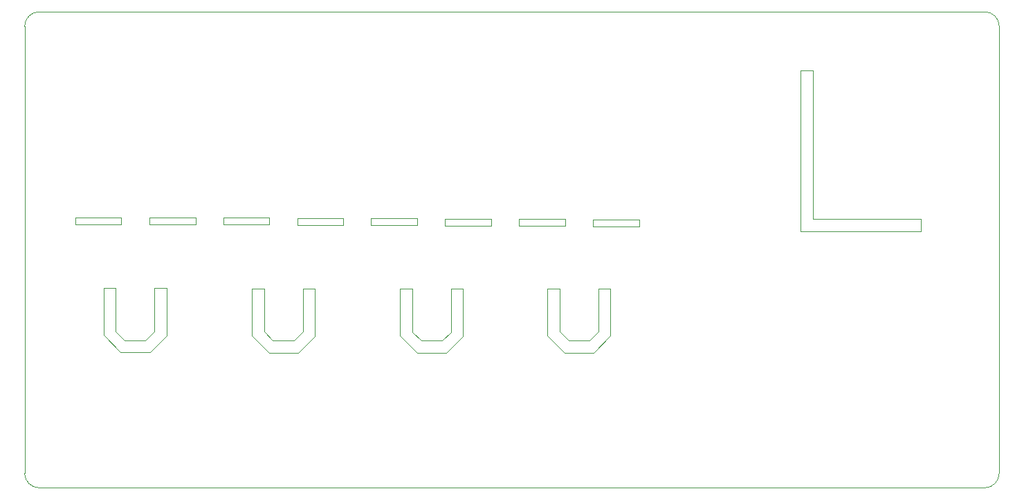
<source format=gbr>
%TF.GenerationSoftware,KiCad,Pcbnew,5.1.9-73d0e3b20d~88~ubuntu20.04.1*%
%TF.CreationDate,2021-10-10T01:19:02+05:30*%
%TF.ProjectId,ESP-Switch,4553502d-5377-4697-9463-682e6b696361,rev?*%
%TF.SameCoordinates,Original*%
%TF.FileFunction,Profile,NP*%
%FSLAX46Y46*%
G04 Gerber Fmt 4.6, Leading zero omitted, Abs format (unit mm)*
G04 Created by KiCad (PCBNEW 5.1.9-73d0e3b20d~88~ubuntu20.04.1) date 2021-10-10 01:19:02*
%MOMM*%
%LPD*%
G01*
G04 APERTURE LIST*
%TA.AperFunction,Profile*%
%ADD10C,0.050000*%
%TD*%
G04 APERTURE END LIST*
D10*
X98950000Y-50510000D02*
X98950000Y-49660000D01*
X104590000Y-50510000D02*
X98950000Y-50510000D01*
X104590000Y-50510000D02*
X104590000Y-49660000D01*
X113650000Y-50570000D02*
X113650000Y-49720000D01*
X108010000Y-49720000D02*
X113650000Y-49720000D01*
X98950000Y-49660000D02*
X104590000Y-49660000D01*
X113650000Y-50570000D02*
X108010000Y-50570000D01*
X108010000Y-50570000D02*
X108010000Y-49720000D01*
X80840000Y-50410000D02*
X80840000Y-49560000D01*
X95540000Y-50470000D02*
X95540000Y-49620000D01*
X80840000Y-49560000D02*
X86480000Y-49560000D01*
X95540000Y-50470000D02*
X89900000Y-50470000D01*
X89900000Y-50470000D02*
X89900000Y-49620000D01*
X89900000Y-49620000D02*
X95540000Y-49620000D01*
X86480000Y-50410000D02*
X80840000Y-50410000D01*
X86480000Y-50410000D02*
X86480000Y-49560000D01*
X71820000Y-50390000D02*
X71820000Y-49540000D01*
X77460000Y-50390000D02*
X77460000Y-49540000D01*
X71820000Y-49540000D02*
X77460000Y-49540000D01*
X77460000Y-50390000D02*
X71820000Y-50390000D01*
X68400000Y-50330000D02*
X68400000Y-49480000D01*
X62760000Y-49480000D02*
X68400000Y-49480000D01*
X68400000Y-50330000D02*
X62760000Y-50330000D01*
X62760000Y-50330000D02*
X62760000Y-49480000D01*
X59370000Y-50360000D02*
X59370000Y-49510000D01*
X53730000Y-49510000D02*
X59370000Y-49510000D01*
X59370000Y-50360000D02*
X53730000Y-50360000D01*
X53730000Y-50360000D02*
X53730000Y-49510000D01*
X50310000Y-50300000D02*
X50310000Y-49450000D01*
X44670000Y-50300000D02*
X44670000Y-49450000D01*
X50310000Y-50300000D02*
X44670000Y-50300000D01*
X44670000Y-49450000D02*
X50310000Y-49450000D01*
X148140000Y-51140000D02*
X133400000Y-51140000D01*
X148140000Y-51140000D02*
X148140000Y-49640000D01*
X134900000Y-49640000D02*
X148140000Y-49640000D01*
X133400000Y-31450000D02*
X133400000Y-51140000D01*
X133400000Y-31450000D02*
X134900000Y-31450000D01*
X134900000Y-49640000D02*
X134900000Y-31450000D01*
X108660000Y-63450000D02*
X108660000Y-58170000D01*
X102420000Y-63940000D02*
X104530000Y-66050000D01*
X103920000Y-63450000D02*
X105010000Y-64540000D01*
X103920000Y-63450000D02*
X103920000Y-58180000D01*
X105010000Y-64540000D02*
X107570000Y-64540000D01*
X104530000Y-66050000D02*
X108110000Y-66050000D01*
X102420000Y-58180000D02*
X102420000Y-63940000D01*
X110160000Y-64000000D02*
X108110000Y-66050000D01*
X110160000Y-58170000D02*
X108660000Y-58170000D01*
X110160000Y-58170000D02*
X110160000Y-64000000D01*
X102420000Y-58180000D02*
X103920000Y-58180000D01*
X108660000Y-63450000D02*
X107570000Y-64540000D01*
X90630000Y-63500000D02*
X90630000Y-58220000D01*
X84390000Y-63990000D02*
X86500000Y-66100000D01*
X85890000Y-63500000D02*
X86980000Y-64590000D01*
X85890000Y-63500000D02*
X85890000Y-58230000D01*
X86980000Y-64590000D02*
X89540000Y-64590000D01*
X86500000Y-66100000D02*
X90080000Y-66100000D01*
X84390000Y-58230000D02*
X84390000Y-63990000D01*
X92130000Y-64050000D02*
X90080000Y-66100000D01*
X92130000Y-58220000D02*
X90630000Y-58220000D01*
X92130000Y-58220000D02*
X92130000Y-64050000D01*
X84390000Y-58230000D02*
X85890000Y-58230000D01*
X90630000Y-63500000D02*
X89540000Y-64590000D01*
X72500000Y-63490000D02*
X72500000Y-58210000D01*
X66260000Y-63980000D02*
X68370000Y-66090000D01*
X67760000Y-63490000D02*
X68850000Y-64580000D01*
X67760000Y-63490000D02*
X67760000Y-58220000D01*
X68850000Y-64580000D02*
X71410000Y-64580000D01*
X68370000Y-66090000D02*
X71950000Y-66090000D01*
X66260000Y-58220000D02*
X66260000Y-63980000D01*
X74000000Y-64040000D02*
X71950000Y-66090000D01*
X74000000Y-58210000D02*
X72500000Y-58210000D01*
X74000000Y-58210000D02*
X74000000Y-64040000D01*
X66260000Y-58220000D02*
X67760000Y-58220000D01*
X72500000Y-63490000D02*
X71410000Y-64580000D01*
X50220000Y-66030000D02*
X53800000Y-66030000D01*
X55850000Y-63980000D02*
X53800000Y-66030000D01*
X48110000Y-63920000D02*
X50220000Y-66030000D01*
X54350000Y-63430000D02*
X53260000Y-64520000D01*
X50700000Y-64520000D02*
X53260000Y-64520000D01*
X49610000Y-63430000D02*
X50700000Y-64520000D01*
X49610000Y-63430000D02*
X49610000Y-58160000D01*
X48110000Y-58160000D02*
X49610000Y-58160000D01*
X48110000Y-58160000D02*
X48110000Y-63920000D01*
X55850000Y-58150000D02*
X54350000Y-58150000D01*
X54350000Y-63430000D02*
X54350000Y-58150000D01*
X55850000Y-58150000D02*
X55850000Y-63980000D01*
X155940000Y-24260000D02*
G75*
G02*
X157730000Y-26050000I0J-1790000D01*
G01*
X157730000Y-80830000D02*
G75*
G02*
X155930000Y-82630000I-1800000J0D01*
G01*
X40260000Y-82630111D02*
G75*
G02*
X38460000Y-80850000I0J1800111D01*
G01*
X38460000Y-26060000D02*
G75*
G02*
X40260000Y-24260000I1800000J0D01*
G01*
X38460000Y-80850000D02*
X38460000Y-26060000D01*
X155930000Y-82630000D02*
X40260000Y-82630111D01*
X157730000Y-26050000D02*
X157730000Y-80830000D01*
X40260000Y-24260000D02*
X155940000Y-24260000D01*
M02*

</source>
